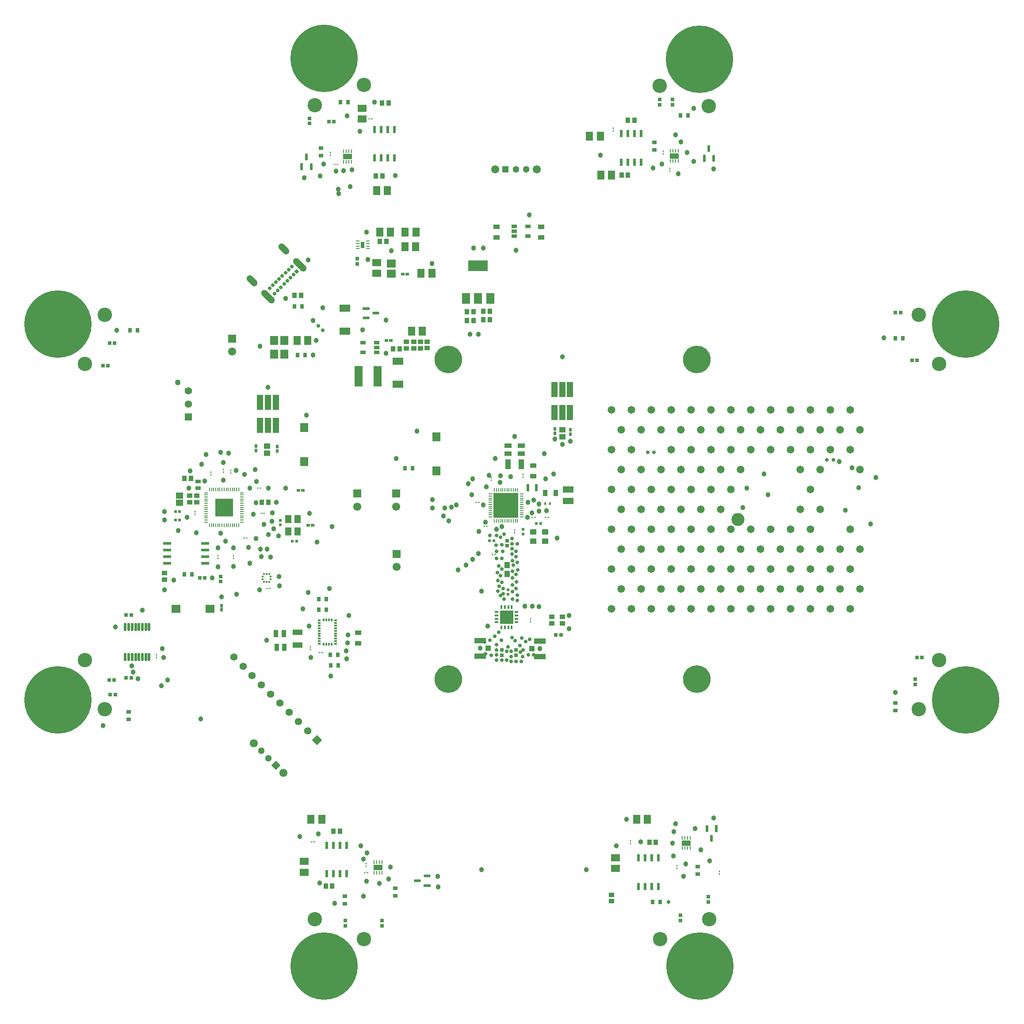
<source format=gbr>
G04*
G04 #@! TF.GenerationSoftware,Altium Limited,Altium Designer,25.8.1 (18)*
G04*
G04 Layer_Color=8388736*
%FSLAX44Y44*%
%MOMM*%
G71*
G04*
G04 #@! TF.SameCoordinates,1712F0CB-3B61-41A3-BC14-C9FE2E182D8B*
G04*
G04*
G04 #@! TF.FilePolarity,Negative*
G04*
G01*
G75*
%ADD20R,0.6500X0.9000*%
%ADD21R,0.7154X0.6725*%
%ADD22R,0.5588X1.4605*%
%ADD23R,1.7018X0.9906*%
%ADD24R,0.2794X0.7112*%
%ADD25R,0.2627X0.3541*%
%ADD26R,0.9000X0.6500*%
%ADD29R,1.2062X0.9562*%
%ADD30R,1.0000X0.6600*%
%ADD31R,0.9562X1.2062*%
%ADD32R,0.4500X0.5000*%
%ADD33R,1.3500X0.9500*%
%ADD34R,0.7548X0.2032*%
%ADD36R,0.3541X0.2627*%
%ADD37R,0.5682X0.5725*%
%ADD38R,1.3000X1.0500*%
%ADD39R,0.5725X0.5682*%
%ADD40R,0.2032X0.7548*%
%ADD42R,2.2000X1.0500*%
%ADD43R,0.3048X0.7620*%
%ADD45R,1.5000X2.0000*%
%ADD46R,0.7366X0.2540*%
%ADD47R,0.7112X1.2954*%
%ADD48R,0.6725X0.7154*%
%ADD49R,0.6811X0.5725*%
%ADD51R,0.1778X0.7620*%
%ADD52R,0.7620X0.1778*%
%ADD53R,0.2750X0.3000*%
%ADD54R,0.7620X0.3048*%
%ADD55R,0.6153X0.5725*%
%ADD60R,1.5240X0.5334*%
%ADD62R,0.9500X1.3500*%
G04:AMPARAMS|DCode=64|XSize=1.5mm|YSize=0.45mm|CornerRadius=0.0495mm|HoleSize=0mm|Usage=FLASHONLY|Rotation=270.000|XOffset=0mm|YOffset=0mm|HoleType=Round|Shape=RoundedRectangle|*
%AMROUNDEDRECTD64*
21,1,1.5000,0.3510,0,0,270.0*
21,1,1.4010,0.4500,0,0,270.0*
1,1,0.0990,-0.1755,-0.7005*
1,1,0.0990,-0.1755,0.7005*
1,1,0.0990,0.1755,0.7005*
1,1,0.0990,0.1755,-0.7005*
%
%ADD64ROUNDEDRECTD64*%
G04:AMPARAMS|DCode=66|XSize=1.3587mm|YSize=0.5868mm|CornerRadius=0.2934mm|HoleSize=0mm|Usage=FLASHONLY|Rotation=90.000|XOffset=0mm|YOffset=0mm|HoleType=Round|Shape=RoundedRectangle|*
%AMROUNDEDRECTD66*
21,1,1.3587,0.0000,0,0,90.0*
21,1,0.7719,0.5868,0,0,90.0*
1,1,0.5868,0.0000,0.3859*
1,1,0.5868,0.0000,-0.3859*
1,1,0.5868,0.0000,-0.3859*
1,1,0.5868,0.0000,0.3859*
%
%ADD66ROUNDEDRECTD66*%
G04:AMPARAMS|DCode=67|XSize=1.3587mm|YSize=0.5868mm|CornerRadius=0.2934mm|HoleSize=0mm|Usage=FLASHONLY|Rotation=180.000|XOffset=0mm|YOffset=0mm|HoleType=Round|Shape=RoundedRectangle|*
%AMROUNDEDRECTD67*
21,1,1.3587,0.0000,0,0,180.0*
21,1,0.7719,0.5868,0,0,180.0*
1,1,0.5868,-0.3859,0.0000*
1,1,0.5868,0.3859,0.0000*
1,1,0.5868,0.3859,0.0000*
1,1,0.5868,-0.3859,0.0000*
%
%ADD67ROUNDEDRECTD67*%
%ADD68R,3.8000X2.0000*%
%ADD72R,1.1000X1.9000*%
%ADD73R,2.0062X1.2549*%
%ADD74R,0.6000X1.4500*%
%ADD75R,1.0500X1.0000*%
%ADD76R,0.5725X0.6153*%
%ADD77R,1.0582X1.2061*%
%ADD78R,1.5000X4.0000*%
%ADD80R,1.3587X0.5868*%
%ADD81R,0.5725X0.6811*%
%ADD82R,0.5153X0.4725*%
%ADD83R,1.3562X1.1544*%
%ADD84R,0.5868X1.3587*%
%ADD86R,1.9000X1.1000*%
%ADD87R,0.5250X0.4000*%
%ADD88R,0.5250X0.4000*%
%ADD89R,0.3000X0.5250*%
%ADD90R,0.3000X0.5250*%
%ADD91C,2.7432*%
%ADD92C,12.9032*%
G04:AMPARAMS|DCode=93|XSize=1.3mm|YSize=2.5mm|CornerRadius=0.65mm|HoleSize=0mm|Usage=FLASHONLY|Rotation=225.000|XOffset=0mm|YOffset=0mm|HoleType=Round|Shape=RoundedRectangle|*
%AMROUNDEDRECTD93*
21,1,1.3000,1.2000,0,0,225.0*
21,1,0.0000,2.5000,0,0,225.0*
1,1,1.3000,-0.4243,0.4243*
1,1,1.3000,-0.4243,0.4243*
1,1,1.3000,0.4243,-0.4243*
1,1,1.3000,0.4243,-0.4243*
%
%ADD93ROUNDEDRECTD93*%
%ADD94R,1.5532X1.7532*%
%ADD95R,1.4532X1.7532*%
%ADD96R,1.2032X3.0032*%
%ADD97R,1.7532X1.4532*%
%ADD98R,1.0532X0.9532*%
%ADD99R,0.9532X1.0532*%
%ADD100R,4.6990X4.6990*%
%ADD101R,1.6032X1.7032*%
%ADD102R,3.4544X3.4544*%
%ADD103R,2.6416X2.6416*%
%ADD104R,1.2532X1.5032*%
%ADD105R,0.3008X0.3258*%
%ADD106R,0.3258X0.3008*%
%ADD107R,1.7032X1.6032*%
%ADD108R,0.9032X1.0532*%
%ADD109R,1.0032X0.8032*%
%ADD110R,1.1532X1.0032*%
%ADD111R,0.6008X0.6508*%
%ADD112R,0.5258X0.4008*%
%ADD113R,2.1000X1.4000*%
%ADD114R,1.7532X1.5532*%
%ADD115R,1.0532X0.9032*%
%ADD116C,5.2832*%
G04:AMPARAMS|DCode=117|XSize=1.3mm|YSize=3.2mm|CornerRadius=0.65mm|HoleSize=0mm|Usage=FLASHONLY|Rotation=225.000|XOffset=0mm|YOffset=0mm|HoleType=Round|Shape=RoundedRectangle|*
%AMROUNDEDRECTD117*
21,1,1.3000,1.9000,0,0,225.0*
21,1,0.0000,3.2000,0,0,225.0*
1,1,1.3000,-0.6718,0.6718*
1,1,1.3000,-0.6718,0.6718*
1,1,1.3000,0.6718,-0.6718*
1,1,1.3000,0.6718,-0.6718*
%
%ADD117ROUNDEDRECTD117*%
%ADD118C,0.7000*%
G04:AMPARAMS|DCode=119|XSize=0.7mm|YSize=1.6mm|CornerRadius=0.35mm|HoleSize=0mm|Usage=FLASHONLY|Rotation=225.000|XOffset=0mm|YOffset=0mm|HoleType=Round|Shape=RoundedRectangle|*
%AMROUNDEDRECTD119*
21,1,0.7000,0.9000,0,0,225.0*
21,1,0.0000,1.6000,0,0,225.0*
1,1,0.7000,-0.3182,0.3182*
1,1,0.7000,-0.3182,0.3182*
1,1,0.7000,0.3182,-0.3182*
1,1,0.7000,0.3182,-0.3182*
%
%ADD119ROUNDEDRECTD119*%
%ADD120P,0.9900X4X270.0*%
%ADD121C,1.5500*%
%ADD122C,1.3000*%
%ADD123R,1.4000X1.4000*%
%ADD124C,1.4000*%
%ADD125P,1.8385X4X180.0*%
%ADD126C,2.4892*%
%ADD127P,1.9799X4X360.0*%
%ADD128R,1.3000X1.3000*%
%ADD129R,1.5500X1.5500*%
%ADD130C,1.1000*%
%ADD131C,0.9652*%
%ADD132C,11.2032*%
%ADD133C,1.9812*%
%ADD134C,1.4732*%
%ADD135C,0.7112*%
D20*
X990600Y1755140D02*
D03*
X976100D02*
D03*
X1915530Y2004060D02*
D03*
X1518550Y2430780D02*
D03*
X1465210Y924560D02*
D03*
X867410Y2456180D02*
D03*
X784860Y1972310D02*
D03*
X779410Y2065020D02*
D03*
X449950Y2019300D02*
D03*
X852910Y2456180D02*
D03*
X464450Y2019300D02*
D03*
X554090Y1551940D02*
D03*
X811000Y1484630D02*
D03*
X848360Y1377950D02*
D03*
X825500Y1504950D02*
D03*
X811000D02*
D03*
X825500Y1484630D02*
D03*
X847990Y1398270D02*
D03*
X833490D02*
D03*
X833860Y1377950D02*
D03*
X770360Y1972310D02*
D03*
X764910Y2065020D02*
D03*
X568590Y1551940D02*
D03*
X1450710Y924560D02*
D03*
X1504050Y2430780D02*
D03*
X1930030Y2004060D02*
D03*
D21*
X407376Y1951990D02*
D03*
X397804D02*
D03*
X442254Y1474470D02*
D03*
X840151Y2419350D02*
D03*
X420076Y1995170D02*
D03*
X1965960Y1393190D02*
D03*
X1956389D02*
D03*
X1265214Y1436370D02*
D03*
X1274786D02*
D03*
X593090Y1545590D02*
D03*
X583519D02*
D03*
X442254Y1353820D02*
D03*
X451826D02*
D03*
X409529Y1350010D02*
D03*
X419100D02*
D03*
X411774Y1322070D02*
D03*
X421346D02*
D03*
X830580Y2419350D02*
D03*
X410504Y1995170D02*
D03*
X1915454Y2053590D02*
D03*
X1925026D02*
D03*
X1947204Y1962150D02*
D03*
X1956776D02*
D03*
X451826Y1474470D02*
D03*
D22*
X918210Y2403983D02*
D03*
X930910D02*
D03*
X943610D02*
D03*
X956310D02*
D03*
X943610Y2349500D02*
D03*
X930910D02*
D03*
X918210D02*
D03*
X956310D02*
D03*
X1428750Y2341308D02*
D03*
X1461770Y954469D02*
D03*
X864870Y978598D02*
D03*
X1390650Y2395791D02*
D03*
X826770Y1033082D02*
D03*
X1423670Y1008951D02*
D03*
Y954469D02*
D03*
X1436370D02*
D03*
X1461770Y1008951D02*
D03*
X1449070D02*
D03*
X1436370D02*
D03*
X1449070Y954469D02*
D03*
X826770Y978598D02*
D03*
X839470D02*
D03*
X852170D02*
D03*
X864870Y1033082D02*
D03*
X852170D02*
D03*
X839470D02*
D03*
X1403350Y2395791D02*
D03*
X1416050D02*
D03*
X1428750D02*
D03*
X1416050Y2341308D02*
D03*
X1403350D02*
D03*
X1390650D02*
D03*
D23*
X1492250Y2353310D02*
D03*
X1515110Y1037590D02*
D03*
X866140Y2352040D02*
D03*
X924560Y990600D02*
D03*
D24*
X1499752Y2343277D02*
D03*
X1522612Y1027557D02*
D03*
X873642Y2342007D02*
D03*
X932062Y980567D02*
D03*
X917058D02*
D03*
X922059D02*
D03*
X927061D02*
D03*
X932062Y1000633D02*
D03*
X927061D02*
D03*
X922059D02*
D03*
X917058D02*
D03*
X858638Y2342007D02*
D03*
X863639D02*
D03*
X868641D02*
D03*
X873642Y2362073D02*
D03*
X868641D02*
D03*
X863639D02*
D03*
X858638D02*
D03*
X1507608Y1047623D02*
D03*
X1512609D02*
D03*
X1517611D02*
D03*
X1522612D02*
D03*
X1517611Y1027557D02*
D03*
X1512609D02*
D03*
X1507608D02*
D03*
X1484748Y2363343D02*
D03*
X1489749D02*
D03*
X1494751D02*
D03*
X1499752D02*
D03*
X1494751Y2343277D02*
D03*
X1489749D02*
D03*
X1484748D02*
D03*
D25*
X1470660Y2357114D02*
D03*
X1375410Y2406653D02*
D03*
X1483360Y2324094D02*
D03*
X1202690Y1743710D02*
D03*
X1578610Y977894D02*
D03*
X1408430Y1041406D02*
D03*
X1497330Y989324D02*
D03*
X1186180Y1631950D02*
D03*
X1216660Y1466850D02*
D03*
X1141730Y1737366D02*
D03*
X833120Y2354574D02*
D03*
X628650Y1752603D02*
D03*
X642614Y1751330D02*
D03*
X604520Y1747520D02*
D03*
X574040Y1667507D02*
D03*
X901700Y993140D02*
D03*
X795020Y1408430D02*
D03*
X647700Y1582420D02*
D03*
X618490Y1582414D02*
D03*
X500380Y1398276D02*
D03*
X1408430Y1036320D02*
D03*
X1375410Y2401567D02*
D03*
X1216660Y1461764D02*
D03*
X500380Y1393190D02*
D03*
X574040Y1672593D02*
D03*
X618490Y1587500D02*
D03*
X647700Y1587506D02*
D03*
X642614Y1746244D02*
D03*
X604520Y1742434D02*
D03*
X628650Y1747517D02*
D03*
X1141730Y1732280D02*
D03*
X1186180Y1637036D02*
D03*
X1202690Y1738624D02*
D03*
X795020Y1413516D02*
D03*
X901712Y998186D02*
D03*
X833120Y2359660D02*
D03*
X1497330Y994410D02*
D03*
X1578610Y982980D02*
D03*
X1483360Y2329180D02*
D03*
X1470660Y2362200D02*
D03*
D26*
X1454150Y2365110D02*
D03*
X1915160Y1305560D02*
D03*
X1536700Y978270D02*
D03*
X815340Y2354050D02*
D03*
X957580Y936360D02*
D03*
X861060Y935620D02*
D03*
X447040Y1274180D02*
D03*
X1915160Y1291060D02*
D03*
X815340Y2368550D02*
D03*
X861060Y921120D02*
D03*
X447040Y1288680D02*
D03*
X1536700Y992770D02*
D03*
X1454150Y2379610D02*
D03*
X957580Y950860D02*
D03*
D29*
X1236980Y2196920D02*
D03*
X1221740Y1760400D02*
D03*
X1151890Y2197100D02*
D03*
X886460Y1419860D02*
D03*
X1151890Y2217600D02*
D03*
X1221740Y1739900D02*
D03*
X886460Y1440360D02*
D03*
X1236980Y2217420D02*
D03*
D30*
X1211580Y2199640D02*
D03*
X1185280Y2209140D02*
D03*
X922470Y1986280D02*
D03*
X1185280Y2199640D02*
D03*
Y2218640D02*
D03*
X1211580D02*
D03*
X896170Y1976780D02*
D03*
Y1995780D02*
D03*
X922470D02*
D03*
Y1976780D02*
D03*
D31*
X1244420Y1708150D02*
D03*
X1264920D02*
D03*
D32*
X1244930Y1687830D02*
D03*
X1254430D02*
D03*
D33*
X1198880Y1798080D02*
D03*
X1173480D02*
D03*
X1198880Y1783080D02*
D03*
X1173480D02*
D03*
D34*
X1199424Y1694020D02*
D03*
X1139916Y1690020D02*
D03*
X1199424Y1662020D02*
D03*
Y1706020D02*
D03*
Y1702020D02*
D03*
Y1698020D02*
D03*
Y1690020D02*
D03*
Y1686020D02*
D03*
Y1682020D02*
D03*
Y1678020D02*
D03*
Y1674020D02*
D03*
Y1670020D02*
D03*
Y1666020D02*
D03*
X1139916Y1662020D02*
D03*
Y1666020D02*
D03*
Y1670020D02*
D03*
Y1674020D02*
D03*
Y1678020D02*
D03*
Y1682020D02*
D03*
Y1686020D02*
D03*
Y1694020D02*
D03*
Y1698020D02*
D03*
Y1702020D02*
D03*
Y1706020D02*
D03*
D36*
X1245864Y1661160D02*
D03*
X1225553D02*
D03*
X908047Y2424430D02*
D03*
X1112514Y1690370D02*
D03*
X842004Y2336800D02*
D03*
X699770Y1717040D02*
D03*
X706126Y1668780D02*
D03*
X1127757Y1644650D02*
D03*
X899160Y980440D02*
D03*
X812797Y1402080D02*
D03*
X797557Y1040130D02*
D03*
X673103Y1621790D02*
D03*
X712470Y1525270D02*
D03*
X913133Y2424430D02*
D03*
X802643Y1040130D02*
D03*
X668017Y1621790D02*
D03*
X701040Y1668780D02*
D03*
X694684Y1717040D02*
D03*
X1117600Y1690370D02*
D03*
X1132843Y1644650D02*
D03*
X1220467Y1661160D02*
D03*
X1250950D02*
D03*
X817883Y1402080D02*
D03*
X717556Y1525270D02*
D03*
X904246Y980440D02*
D03*
X847090Y2336800D02*
D03*
D37*
X1227378Y1649730D02*
D03*
X760018Y1615440D02*
D03*
X1236422Y1649730D02*
D03*
X769062Y1615440D02*
D03*
D38*
X1244670Y1615580D02*
D03*
X1221670Y1633080D02*
D03*
Y1615580D02*
D03*
X1244670Y1633080D02*
D03*
D39*
X1202690Y1638453D02*
D03*
X737870Y1646478D02*
D03*
X1202690Y1629410D02*
D03*
X737870Y1655522D02*
D03*
D40*
X1175670Y1654266D02*
D03*
X1147670Y1713774D02*
D03*
Y1654266D02*
D03*
X1191670D02*
D03*
X1187670D02*
D03*
X1183670D02*
D03*
X1179670D02*
D03*
X1171670D02*
D03*
X1167670D02*
D03*
X1163670D02*
D03*
X1159670D02*
D03*
X1155670D02*
D03*
X1151670D02*
D03*
Y1713774D02*
D03*
X1155670D02*
D03*
X1159670D02*
D03*
X1163670D02*
D03*
X1167670D02*
D03*
X1171670D02*
D03*
X1175670D02*
D03*
X1179670D02*
D03*
X1183670D02*
D03*
X1187670D02*
D03*
X1191670D02*
D03*
D42*
X1234440Y1424450D02*
D03*
Y1394950D02*
D03*
X1120140Y1425230D02*
D03*
Y1395730D02*
D03*
D43*
X1161063Y1450773D02*
D03*
X1167563D02*
D03*
X1174063D02*
D03*
X1180563D02*
D03*
Y1489127D02*
D03*
X1174063D02*
D03*
X1167563D02*
D03*
X1161063D02*
D03*
D45*
X1093330Y2080260D02*
D03*
X1116330D02*
D03*
X1139330D02*
D03*
D46*
X905256Y2175630D02*
D03*
Y2190630D02*
D03*
Y2185630D02*
D03*
Y2180630D02*
D03*
X885444Y2175630D02*
D03*
Y2180630D02*
D03*
Y2185630D02*
D03*
Y2190630D02*
D03*
D47*
X895350Y2183130D02*
D03*
D48*
X885190Y2146594D02*
D03*
X793750Y2415540D02*
D03*
X1953260Y1341414D02*
D03*
Y1350986D02*
D03*
X793750Y2425111D02*
D03*
X1188720Y1406866D02*
D03*
Y1397294D02*
D03*
X1162050Y1406866D02*
D03*
Y1397294D02*
D03*
X1172210Y1616416D02*
D03*
Y1606844D02*
D03*
X885190Y2156166D02*
D03*
X623570Y1547836D02*
D03*
Y1538264D02*
D03*
X862330Y879134D02*
D03*
Y888706D02*
D03*
X932180Y879134D02*
D03*
Y888706D02*
D03*
X1557020Y924854D02*
D03*
Y934426D02*
D03*
X1503680Y898866D02*
D03*
Y889294D02*
D03*
X1488440Y2451394D02*
D03*
Y2460966D02*
D03*
X1464310Y2451394D02*
D03*
Y2460966D02*
D03*
D49*
X949035Y2000250D02*
D03*
X940725D02*
D03*
X972129Y2127250D02*
D03*
X980440D02*
D03*
X772160Y1713230D02*
D03*
X780471D02*
D03*
X791210Y1645920D02*
D03*
X799521D02*
D03*
D51*
X657920Y1714500D02*
D03*
X601920D02*
D03*
X625920D02*
D03*
X629920D02*
D03*
X601920Y1645920D02*
D03*
X641920D02*
D03*
X621920D02*
D03*
X605920Y1714500D02*
D03*
X609920Y1645920D02*
D03*
X649920Y1714500D02*
D03*
X617920D02*
D03*
X605920Y1645920D02*
D03*
X613920D02*
D03*
X617920D02*
D03*
X625920D02*
D03*
X629920D02*
D03*
X633920D02*
D03*
X637920D02*
D03*
X645920D02*
D03*
X649920D02*
D03*
X653920D02*
D03*
X657920D02*
D03*
X653920Y1714500D02*
D03*
X645920D02*
D03*
X641920D02*
D03*
X633920D02*
D03*
X621920D02*
D03*
X613920D02*
D03*
X609920D02*
D03*
X637920D02*
D03*
D52*
X664210Y1704210D02*
D03*
X595630D02*
D03*
Y1696210D02*
D03*
X664210Y1680210D02*
D03*
Y1708210D02*
D03*
X595630Y1680210D02*
D03*
Y1676210D02*
D03*
X664210Y1668210D02*
D03*
Y1652210D02*
D03*
Y1664210D02*
D03*
Y1672210D02*
D03*
Y1676210D02*
D03*
Y1684210D02*
D03*
Y1688210D02*
D03*
Y1692210D02*
D03*
Y1696210D02*
D03*
Y1700210D02*
D03*
X595630Y1708210D02*
D03*
Y1700210D02*
D03*
Y1692210D02*
D03*
Y1688210D02*
D03*
Y1684210D02*
D03*
Y1672210D02*
D03*
Y1668210D02*
D03*
Y1664210D02*
D03*
Y1660210D02*
D03*
Y1656210D02*
D03*
Y1652210D02*
D03*
X664210Y1656210D02*
D03*
Y1660210D02*
D03*
D53*
X1144185Y1590040D02*
D03*
X1149435D02*
D03*
D54*
X1151636Y1460200D02*
D03*
X1189990Y1466700D02*
D03*
Y1460200D02*
D03*
Y1473200D02*
D03*
Y1479700D02*
D03*
X1151636D02*
D03*
Y1473200D02*
D03*
Y1466700D02*
D03*
D55*
X1138239Y1616710D02*
D03*
X1146810D02*
D03*
D60*
X593979Y1611630D02*
D03*
X521081Y1573530D02*
D03*
X593979D02*
D03*
Y1586230D02*
D03*
Y1598930D02*
D03*
X521081Y1611630D02*
D03*
Y1598930D02*
D03*
Y1586230D02*
D03*
D62*
X729220Y1438910D02*
D03*
X730370Y1412240D02*
D03*
X744220Y1438910D02*
D03*
X745370Y1412240D02*
D03*
D64*
X440800Y1451400D02*
D03*
X447300D02*
D03*
X473300Y1393400D02*
D03*
X466800D02*
D03*
X486300D02*
D03*
Y1451400D02*
D03*
X479800D02*
D03*
X473300D02*
D03*
X466800D02*
D03*
X453800D02*
D03*
X440800Y1393400D02*
D03*
X447300D02*
D03*
X453800D02*
D03*
X460300D02*
D03*
X479800D02*
D03*
X460300Y1451400D02*
D03*
D66*
X1567440Y2349123D02*
D03*
X796550Y2332613D02*
D03*
X1554220Y1065014D02*
D03*
X787400Y2351147D02*
D03*
X1563370Y1046480D02*
D03*
X1558290Y2367657D02*
D03*
D67*
X1018917Y974350D02*
D03*
X901700Y2042910D02*
D03*
X920234Y2052060D02*
D03*
X1000383Y965200D02*
D03*
D68*
X1116330Y2143260D02*
D03*
D72*
X1198680Y1762760D02*
D03*
X1173680D02*
D03*
D73*
X1289050Y1714423D02*
D03*
Y1692910D02*
D03*
D74*
X1211580Y1718310D02*
D03*
X1227580D02*
D03*
D75*
X1219190Y1409700D02*
D03*
X1135390Y1410480D02*
D03*
D76*
X1173480Y1514159D02*
D03*
Y1522730D02*
D03*
D77*
X1172210Y1569720D02*
D03*
Y1553198D02*
D03*
D78*
X887510Y1931670D02*
D03*
X923510D02*
D03*
D80*
X901700Y2061210D02*
D03*
X1018917Y956050D02*
D03*
D81*
X624840Y1492250D02*
D03*
Y1483939D02*
D03*
D82*
X544806Y1672590D02*
D03*
X537234D02*
D03*
X544806Y1656080D02*
D03*
X537234D02*
D03*
D83*
X544830Y1702618D02*
D03*
Y1689100D02*
D03*
D84*
X1572520Y1065014D02*
D03*
X1549140Y2349123D02*
D03*
X778250Y2332613D02*
D03*
D86*
X770890Y1441250D02*
D03*
Y1416250D02*
D03*
D87*
X843665Y1418950D02*
D03*
Y1428950D02*
D03*
Y1438950D02*
D03*
Y1443950D02*
D03*
Y1453950D02*
D03*
Y1463950D02*
D03*
X812415Y1418950D02*
D03*
X812415Y1428950D02*
D03*
X812415Y1438950D02*
D03*
Y1443950D02*
D03*
X812415Y1453950D02*
D03*
X812415Y1463950D02*
D03*
D88*
X843665Y1423950D02*
D03*
Y1433950D02*
D03*
Y1448950D02*
D03*
Y1458950D02*
D03*
X812415Y1423950D02*
D03*
Y1433950D02*
D03*
Y1448950D02*
D03*
Y1458950D02*
D03*
D89*
X820540Y1418325D02*
D03*
X835540D02*
D03*
Y1464575D02*
D03*
X820540D02*
D03*
D90*
X825540Y1418325D02*
D03*
X830540D02*
D03*
Y1464575D02*
D03*
X825540D02*
D03*
D91*
X803327Y2450597D02*
D03*
X897194Y2489478D02*
D03*
X401823Y2049093D02*
D03*
X362942Y1955226D02*
D03*
X1960377Y2049093D02*
D03*
X1999258Y1955226D02*
D03*
X1960377Y1293547D02*
D03*
X1999258Y1387414D02*
D03*
X1558283Y2448890D02*
D03*
X1464417Y2487771D02*
D03*
X362942Y1387414D02*
D03*
X401823Y1293547D02*
D03*
X897194Y853162D02*
D03*
X803327Y892043D02*
D03*
X1465006Y853162D02*
D03*
X1558873Y892043D02*
D03*
D92*
X821100Y2540437D02*
D03*
X311983Y2031320D02*
D03*
X2050217D02*
D03*
Y1311320D02*
D03*
X1540510Y2538730D02*
D03*
X311983Y1311320D02*
D03*
X821100Y802203D02*
D03*
X1541100D02*
D03*
D93*
X744444Y2175420D02*
D03*
X683350Y2114326D02*
D03*
D94*
X745080Y2000250D02*
D03*
X725580D02*
D03*
X745080Y1973580D02*
D03*
X725580D02*
D03*
D95*
X1350190Y2391410D02*
D03*
X1351100Y2316480D02*
D03*
X1419680Y1083310D02*
D03*
X942520Y2287270D02*
D03*
X976450Y2179320D02*
D03*
X1027610Y2128520D02*
D03*
X796290Y1083310D02*
D03*
X922020Y2287270D02*
D03*
X1371600Y2316480D02*
D03*
X997130Y2207260D02*
D03*
X976630D02*
D03*
X948780D02*
D03*
X928280D02*
D03*
X996950Y2179320D02*
D03*
X1007110Y2128520D02*
D03*
X789940Y2000250D02*
D03*
X1440180Y1083310D02*
D03*
X1329690Y2391410D02*
D03*
X769440Y2000250D02*
D03*
X1009740Y2018030D02*
D03*
X989240D02*
D03*
X816790Y1083310D02*
D03*
D96*
X1292380Y1905820D02*
D03*
X1277380D02*
D03*
X1262380D02*
D03*
X698740Y1881280D02*
D03*
X728740D02*
D03*
X713740D02*
D03*
X1262380Y1861820D02*
D03*
X1277380D02*
D03*
X1292380D02*
D03*
X698740Y1837280D02*
D03*
X713740D02*
D03*
X728740D02*
D03*
D97*
X1379438Y1009522D02*
D03*
X922020Y2128340D02*
D03*
X894080Y2424250D02*
D03*
X783590Y1002210D02*
D03*
X894080Y2444750D02*
D03*
X922020Y2148840D02*
D03*
X783590Y981710D02*
D03*
X1379438Y989022D02*
D03*
D98*
X1277620Y1470560D02*
D03*
X1257300Y1470460D02*
D03*
X1018540Y1997710D02*
D03*
X993140Y1997610D02*
D03*
X1005840D02*
D03*
X979170Y1997510D02*
D03*
X577850Y1702970D02*
D03*
X563880D02*
D03*
X515620Y1541880D02*
D03*
X1257300Y1457960D02*
D03*
X1277620Y1458060D02*
D03*
X577850Y1690470D02*
D03*
X515620Y1554380D02*
D03*
X1018540Y1985210D02*
D03*
X1005840Y1985110D02*
D03*
X993140D02*
D03*
X979170Y1985010D02*
D03*
X563880Y1690470D02*
D03*
D99*
X940970Y2189480D02*
D03*
X1126590Y2056130D02*
D03*
Y2039620D02*
D03*
X1094840Y2054860D02*
D03*
Y2038350D02*
D03*
X953770Y1983740D02*
D03*
X777140Y2086610D02*
D03*
X714810Y1690370D02*
D03*
X553720Y1736090D02*
D03*
X566220D02*
D03*
X702310Y1690370D02*
D03*
X1107340Y2038350D02*
D03*
Y2054860D02*
D03*
X1139090Y2039620D02*
D03*
Y2056130D02*
D03*
X966270Y1983740D02*
D03*
X764640Y2086610D02*
D03*
X928470Y2189480D02*
D03*
D100*
X1169670Y1684020D02*
D03*
D101*
X1036320Y1815580D02*
D03*
X783590Y1833360D02*
D03*
Y1768360D02*
D03*
X1036320Y1750580D02*
D03*
D102*
X629920Y1680210D02*
D03*
D103*
X1170813Y1469950D02*
D03*
D104*
X770610Y1657490D02*
D03*
X753110Y1634490D02*
D03*
X770610D02*
D03*
X753110Y1657490D02*
D03*
D105*
X716195Y1553255D02*
D03*
X706195D02*
D03*
X711195Y1538005D02*
D03*
X706195D02*
D03*
X716195D02*
D03*
X711195Y1553255D02*
D03*
D106*
X718820Y1543130D02*
D03*
X703570D02*
D03*
Y1548130D02*
D03*
X718820D02*
D03*
D107*
X537730Y1485900D02*
D03*
X602730D02*
D03*
D108*
X933350Y2315210D02*
D03*
X932180Y2454910D02*
D03*
X944680D02*
D03*
X920850Y2315210D02*
D03*
X836930Y955040D02*
D03*
X824430D02*
D03*
X1444190Y1038860D02*
D03*
X1456690D02*
D03*
X1403450Y2421890D02*
D03*
X1415950D02*
D03*
X1390850Y2316480D02*
D03*
X1403350D02*
D03*
X839470Y1060450D02*
D03*
X851970D02*
D03*
D109*
X580390Y1730040D02*
D03*
Y1717040D02*
D03*
D110*
X1277620Y1829200D02*
D03*
Y1815700D02*
D03*
X712470Y1797850D02*
D03*
Y1784350D02*
D03*
D111*
X1263650Y1830510D02*
D03*
Y1822010D02*
D03*
X1292860Y1829240D02*
D03*
Y1820740D02*
D03*
X731520Y1796660D02*
D03*
Y1788160D02*
D03*
X690880Y1797930D02*
D03*
Y1789430D02*
D03*
D112*
X812415Y1423950D02*
D03*
D113*
X962660Y1960020D02*
D03*
Y1916020D02*
D03*
X861060Y2017620D02*
D03*
Y2061620D02*
D03*
D114*
X949960Y2128070D02*
D03*
Y2147570D02*
D03*
D115*
X1371600Y938530D02*
D03*
Y926030D02*
D03*
D116*
X1535430Y1963420D02*
D03*
X1059180D02*
D03*
Y1351280D02*
D03*
X1535430D02*
D03*
D117*
X774850Y2145014D02*
D03*
X713756Y2083920D02*
D03*
D118*
X756854Y2119947D02*
D03*
X750844Y2113937D02*
D03*
X744833Y2107926D02*
D03*
X738823Y2101916D02*
D03*
X717256Y2099441D02*
D03*
X723266Y2105452D02*
D03*
X729277Y2111462D02*
D03*
X735287Y2117472D02*
D03*
X741298Y2123483D02*
D03*
X747308Y2129493D02*
D03*
X753318Y2135504D02*
D03*
X759329Y2141514D02*
D03*
X732812Y2095906D02*
D03*
X762864Y2125958D02*
D03*
X726802Y2089895D02*
D03*
D119*
X745505Y2174359D02*
D03*
X684411Y2113265D02*
D03*
D120*
X768875Y2131968D02*
D03*
D121*
X1228720Y2327910D02*
D03*
X1148720D02*
D03*
X645160Y1978660D02*
D03*
X743294Y1171866D02*
D03*
X686726Y1228434D02*
D03*
X885190Y1681880D02*
D03*
X959020Y1681680D02*
D03*
X960120Y1566310D02*
D03*
D122*
X1208720Y2327910D02*
D03*
X1188720D02*
D03*
X700868Y1214292D02*
D03*
X715010Y1200150D02*
D03*
D123*
X561510Y1853330D02*
D03*
D124*
X648416Y1393744D02*
D03*
X789838Y1252322D02*
D03*
X772160Y1270000D02*
D03*
X754482Y1287678D02*
D03*
X736805Y1305355D02*
D03*
X719127Y1323033D02*
D03*
X701449Y1340711D02*
D03*
X683772Y1358388D02*
D03*
X666094Y1376066D02*
D03*
X561510Y1903330D02*
D03*
Y1878330D02*
D03*
D125*
X729152Y1186008D02*
D03*
D126*
X1614170Y1657350D02*
D03*
D127*
X807515Y1234645D02*
D03*
D128*
X1168720Y2327910D02*
D03*
D129*
X645160Y2003660D02*
D03*
X885190Y1706880D02*
D03*
X959020Y1706680D02*
D03*
X960120Y1591310D02*
D03*
D130*
X541510Y1919330D02*
D03*
D131*
X721950Y1669460D02*
D03*
X1893549Y2004714D02*
D03*
X1819910Y1675130D02*
D03*
X1807513Y1768143D02*
D03*
X1832610Y1755907D02*
D03*
X1529080Y2444750D02*
D03*
X1516380Y2359660D02*
D03*
X1845310Y1718310D02*
D03*
X1671320Y1704340D02*
D03*
X1664015Y1744665D02*
D03*
X1630680Y1717040D02*
D03*
X1350190Y2354580D02*
D03*
X1451610Y2330450D02*
D03*
X1277620Y1968500D02*
D03*
X1188720Y2172970D02*
D03*
X1260727Y1744260D02*
D03*
X1186180Y1816100D02*
D03*
X1623060Y1680210D02*
D03*
X1915160Y1325920D02*
D03*
X1543050Y1024890D02*
D03*
X1488440Y1037590D02*
D03*
X1400810Y1083310D02*
D03*
X1380708Y1032292D02*
D03*
X1510030Y974090D02*
D03*
X1247140Y1673860D02*
D03*
X1267460Y1621790D02*
D03*
X1290320Y1473200D02*
D03*
X1234440Y1409700D02*
D03*
X957580Y2316142D02*
D03*
X1027610Y2147390D02*
D03*
X949960Y2171700D02*
D03*
X865277Y2429917D02*
D03*
X905256Y2154936D02*
D03*
X1137420Y1742088D02*
D03*
X1116766Y2011680D02*
D03*
X1101090D02*
D03*
X999490Y1826260D02*
D03*
X1028700Y1695450D02*
D03*
X940240Y1975290D02*
D03*
X820420Y2338070D02*
D03*
X800100Y1972310D02*
D03*
X787400Y1856740D02*
D03*
X424180Y2019300D02*
D03*
X713740Y1910080D02*
D03*
X628650Y1766570D02*
D03*
X586740Y1762760D02*
D03*
X730250Y1690370D02*
D03*
X715010Y1717040D02*
D03*
X793750Y1668780D02*
D03*
X562610Y1717040D02*
D03*
X621030Y1689100D02*
D03*
X636270Y1688120D02*
D03*
X629920Y1672590D02*
D03*
X1117600Y1634413D02*
D03*
X1134319Y1452878D02*
D03*
X792480Y1452880D02*
D03*
X1120140Y1410480D02*
D03*
X948690Y991870D02*
D03*
X896990Y935620D02*
D03*
X863600Y1405890D02*
D03*
X796290Y1393190D02*
D03*
X734060Y1625600D02*
D03*
X542293Y1635760D02*
D03*
X576580Y1631950D02*
D03*
X690880Y1620520D02*
D03*
X647700Y1567180D02*
D03*
X618490Y1566101D02*
D03*
X774700Y1050290D02*
D03*
X711245Y1426165D02*
D03*
X697837Y1522730D02*
D03*
X515620D02*
D03*
X511804Y1409700D02*
D03*
X421788Y1451400D02*
D03*
X398428Y1262380D02*
D03*
X918063Y2456327D02*
D03*
X521771Y1349811D02*
D03*
X509821Y1338580D02*
D03*
X849630Y2280920D02*
D03*
X690880Y1689100D02*
D03*
X1427480Y1040130D02*
D03*
X1531620Y1065530D02*
D03*
X890270Y2400300D02*
D03*
X810260Y1055370D02*
D03*
X1038860Y974090D02*
D03*
X618490Y1602740D02*
D03*
X558800Y1661160D02*
D03*
X647700Y1602930D02*
D03*
X676910Y1604010D02*
D03*
X679450Y1717040D02*
D03*
X593090Y1731004D02*
D03*
X565150Y1750060D02*
D03*
X685800Y1666939D02*
D03*
X514350Y1393190D02*
D03*
X1107440Y2176780D02*
D03*
X1868170Y1648460D02*
D03*
X628650Y1732280D02*
D03*
X1126490Y2176780D02*
D03*
X959597Y1774190D02*
D03*
X1290320Y1447800D02*
D03*
X1245668Y1734596D02*
D03*
X1878330Y1737360D02*
D03*
X1132419Y1719353D02*
D03*
X1130427Y1652188D02*
D03*
X533865Y1541315D02*
D03*
X814070Y2315210D02*
D03*
X1028700Y1678940D02*
D03*
X1210984Y1661160D02*
D03*
X1567180Y2328360D02*
D03*
X836930Y1643380D02*
D03*
X807720Y1614170D02*
D03*
X1162050Y1643380D02*
D03*
X1151193Y1638042D02*
D03*
X1233170Y1686560D02*
D03*
X1223010Y1694550D02*
D03*
X1219238Y1669806D02*
D03*
X1211624Y1690052D02*
D03*
X1052830Y1678940D02*
D03*
X1126523Y1685313D02*
D03*
X1097503Y1725457D02*
D03*
X1106170Y1734820D02*
D03*
X1149418Y1774121D02*
D03*
X652780Y1751330D02*
D03*
X669290Y1743710D02*
D03*
X871220Y2294890D02*
D03*
X848450Y2289900D02*
D03*
X1504950Y2379980D02*
D03*
X1494835Y2393905D02*
D03*
X903785Y1018540D02*
D03*
X896620Y1007110D02*
D03*
X473710Y1483360D02*
D03*
X453390Y1376680D02*
D03*
X632460Y1615440D02*
D03*
X455930Y1365250D02*
D03*
X654050Y1513840D02*
D03*
X465099Y1352271D02*
D03*
X939800Y2038805D02*
D03*
X902970Y2207260D02*
D03*
X800100Y2038350D02*
D03*
X806450Y2000250D02*
D03*
X748030Y2080688D02*
D03*
X698500Y1988820D02*
D03*
X692150Y1729740D02*
D03*
X689610Y1752600D02*
D03*
X725170Y1639570D02*
D03*
X712470Y1600200D02*
D03*
X718820Y1584960D02*
D03*
X1233170Y1673370D02*
D03*
X1074918Y1685372D02*
D03*
X1040130Y953770D02*
D03*
X1567180Y1085850D02*
D03*
X1529080Y2343150D02*
D03*
X783590Y2311400D02*
D03*
X1499870Y2319020D02*
D03*
X1214120Y2240280D02*
D03*
X858520Y2325370D02*
D03*
X515620Y1656080D02*
D03*
X624840Y1508760D02*
D03*
X515620Y1672590D02*
D03*
X891540Y1032510D02*
D03*
X1122680Y986790D02*
D03*
X844550Y2324100D02*
D03*
X1468120Y2338070D02*
D03*
X1323340Y986790D02*
D03*
X927100Y960120D02*
D03*
X902598Y964828D02*
D03*
X1494590Y1074243D02*
D03*
X1490948Y1059180D02*
D03*
X1103984Y1704354D02*
D03*
X1064988Y1680370D02*
D03*
X1060414Y1654809D02*
D03*
X1049739Y1664204D02*
D03*
X1122874Y1519723D02*
D03*
X1078230Y1560830D02*
D03*
X1093470Y1569904D02*
D03*
X1106170Y1581150D02*
D03*
X1117007Y1591673D02*
D03*
X1178560Y1738996D02*
D03*
X1243330Y1783080D02*
D03*
X1220470Y1490980D02*
D03*
X1205859Y1490758D02*
D03*
X1292860Y1807120D02*
D03*
X1277438Y1800677D02*
D03*
X1263650Y1811020D02*
D03*
X1158240Y1728470D02*
D03*
X1159510Y1741170D02*
D03*
X1233126Y1490218D02*
D03*
X841912Y922118D02*
D03*
X868680Y1473200D02*
D03*
X781050Y1485900D02*
D03*
X833959Y1357199D02*
D03*
X831850Y1525270D02*
D03*
X791210Y1517650D02*
D03*
X864870Y1390650D02*
D03*
X866140Y1421130D02*
D03*
X867410Y1436370D02*
D03*
X585470Y1275080D02*
D03*
X748030Y1717040D02*
D03*
X735330Y1548130D02*
D03*
X735926Y1529676D02*
D03*
X679495Y1573575D02*
D03*
X638810Y1784350D02*
D03*
X623570Y1785620D02*
D03*
X895350Y2020570D02*
D03*
X819150Y2062480D02*
D03*
X791210Y2153920D02*
D03*
X607060Y1545590D02*
D03*
X721360Y1653540D02*
D03*
X706120Y1647825D02*
D03*
X595630Y1781810D02*
D03*
X715010Y1628140D02*
D03*
X701040Y1586230D02*
D03*
X699770Y1600200D02*
D03*
X623570Y1630680D02*
D03*
X812800Y961390D02*
D03*
X944880Y969010D02*
D03*
X875030Y2326640D02*
D03*
X1559560Y1003300D02*
D03*
X1513840Y997536D02*
D03*
X1490149Y1012386D02*
D03*
D132*
X821100Y2540437D02*
D03*
X311983Y2031320D02*
D03*
X2050217D02*
D03*
Y1311320D02*
D03*
X1540510Y2538730D02*
D03*
X311983Y1311320D02*
D03*
X821100Y802203D02*
D03*
X1541100D02*
D03*
D133*
X897194Y2489478D02*
D03*
X803327Y2450597D02*
D03*
X362942Y1955226D02*
D03*
X401823Y2049093D02*
D03*
X1999258Y1955226D02*
D03*
X1960377Y2049093D02*
D03*
X1999258Y1387414D02*
D03*
X1960377Y1293547D02*
D03*
X1464417Y2487771D02*
D03*
X1558283Y2448890D02*
D03*
X401823Y1293547D02*
D03*
X362942Y1387414D02*
D03*
X803327Y892043D02*
D03*
X897194Y853162D02*
D03*
X1558873Y892043D02*
D03*
X1465006Y853162D02*
D03*
D134*
X1733550Y1752600D02*
D03*
Y1676400D02*
D03*
X1828800Y1866900D02*
D03*
X1847850Y1828800D02*
D03*
X1809750D02*
D03*
X1790700Y1790700D02*
D03*
X1752600Y1866900D02*
D03*
X1790700D02*
D03*
X1714500D02*
D03*
X1695450Y1828800D02*
D03*
X1771650D02*
D03*
X1752600Y1790700D02*
D03*
X1733550Y1828800D02*
D03*
X1714500Y1790700D02*
D03*
X1828800D02*
D03*
X1847850Y1752600D02*
D03*
X1771650D02*
D03*
X1600200Y1866900D02*
D03*
X1638300D02*
D03*
X1524000D02*
D03*
X1562100D02*
D03*
X1485900D02*
D03*
X1676400D02*
D03*
X1657350Y1828800D02*
D03*
X1619250D02*
D03*
X1600200Y1790700D02*
D03*
X1638300D02*
D03*
X1676400D02*
D03*
X1581150Y1752600D02*
D03*
X1619250D02*
D03*
X1543050Y1828800D02*
D03*
X1581150D02*
D03*
X1504950D02*
D03*
X1524000Y1790700D02*
D03*
X1562100D02*
D03*
X1543050Y1752600D02*
D03*
X1504950D02*
D03*
X1752600Y1714500D02*
D03*
X1562100D02*
D03*
X1485900D02*
D03*
X1524000D02*
D03*
X1600200D02*
D03*
X1447800Y1866900D02*
D03*
X1409700D02*
D03*
X1466850Y1828800D02*
D03*
X1485900Y1790700D02*
D03*
X1428750Y1828800D02*
D03*
X1409700Y1790700D02*
D03*
X1390650Y1752600D02*
D03*
X1428750D02*
D03*
X1390650Y1828800D02*
D03*
X1371600Y1790700D02*
D03*
Y1866900D02*
D03*
X1466850Y1752600D02*
D03*
X1409700Y1714500D02*
D03*
X1447800D02*
D03*
X1371600D02*
D03*
X1771650Y1676400D02*
D03*
X1714500Y1638300D02*
D03*
X1676400D02*
D03*
X1828800D02*
D03*
X1847850Y1600200D02*
D03*
X1771650D02*
D03*
X1809750D02*
D03*
X1828800Y1562100D02*
D03*
X1847850Y1524000D02*
D03*
X1752600Y1562100D02*
D03*
X1790700D02*
D03*
X1752600Y1638300D02*
D03*
X1733550Y1600200D02*
D03*
X1657350D02*
D03*
X1695450D02*
D03*
X1714500Y1562100D02*
D03*
X1695450Y1524000D02*
D03*
X1676400Y1562100D02*
D03*
X1543050Y1676400D02*
D03*
X1581150D02*
D03*
X1600200Y1638300D02*
D03*
X1638300D02*
D03*
X1524000D02*
D03*
X1562100D02*
D03*
X1466850Y1676400D02*
D03*
X1504950D02*
D03*
X1390650D02*
D03*
X1428750D02*
D03*
X1447800Y1638300D02*
D03*
X1485900D02*
D03*
X1409700D02*
D03*
X1390650Y1600200D02*
D03*
X1581150D02*
D03*
X1619250D02*
D03*
X1543050D02*
D03*
X1600200Y1562100D02*
D03*
X1638300D02*
D03*
X1524000D02*
D03*
X1562100D02*
D03*
X1466850Y1600200D02*
D03*
X1504950D02*
D03*
X1428750D02*
D03*
X1409700Y1562100D02*
D03*
X1447800D02*
D03*
X1485900D02*
D03*
X1390650Y1524000D02*
D03*
X1771650D02*
D03*
X1809750D02*
D03*
X1733550D02*
D03*
X1676400Y1485900D02*
D03*
X1790700D02*
D03*
X1828800D02*
D03*
X1714500D02*
D03*
X1752600D02*
D03*
X1619250Y1524000D02*
D03*
X1657350D02*
D03*
X1543050D02*
D03*
X1581150D02*
D03*
X1600200Y1485900D02*
D03*
X1638300D02*
D03*
X1524000D02*
D03*
X1562100D02*
D03*
X1466850Y1524000D02*
D03*
X1504950D02*
D03*
X1428750D02*
D03*
X1447800Y1485900D02*
D03*
X1485900D02*
D03*
X1409700D02*
D03*
X1371600Y1638300D02*
D03*
Y1562100D02*
D03*
Y1485900D02*
D03*
D135*
X1797050Y1771650D02*
D03*
X1784350D02*
D03*
X1441450Y1785620D02*
D03*
X1452880D02*
D03*
X1480820Y924560D02*
D03*
X1191260Y1610360D02*
D03*
X1181100Y1620520D02*
D03*
Y1610360D02*
D03*
X1188720Y1596390D02*
D03*
X1181100Y1591310D02*
D03*
Y1601470D02*
D03*
X1192530Y1560830D02*
D03*
X1200150Y1430020D02*
D03*
X1215390Y1427480D02*
D03*
X1223010Y1398270D02*
D03*
X1207770Y1423670D02*
D03*
X1202690Y1407160D02*
D03*
X1196340Y1416050D02*
D03*
X1197610Y1403350D02*
D03*
X1212850Y1398270D02*
D03*
X1201420Y1394460D02*
D03*
X1198880Y1385570D02*
D03*
X1191260Y1574800D02*
D03*
X1188720Y1551940D02*
D03*
Y1586230D02*
D03*
X1183640Y1569720D02*
D03*
X1191260Y1512570D02*
D03*
Y1502410D02*
D03*
X1189990Y1537970D02*
D03*
X1188720Y1525270D02*
D03*
X1182370Y1545590D02*
D03*
Y1531620D02*
D03*
Y1578610D02*
D03*
Y1558290D02*
D03*
Y1518920D02*
D03*
Y1504950D02*
D03*
X1165860D02*
D03*
X1181100Y1431290D02*
D03*
X1187450Y1424940D02*
D03*
X1173480Y1413510D02*
D03*
X1179830Y1404620D02*
D03*
Y1385570D02*
D03*
X1188720D02*
D03*
X1179830Y1394460D02*
D03*
X1170940Y1388110D02*
D03*
Y1404620D02*
D03*
X1165860Y1629410D02*
D03*
X1163320Y1596390D02*
D03*
X1159510Y1623060D02*
D03*
X1162050Y1609090D02*
D03*
Y1582420D02*
D03*
Y1562100D02*
D03*
X1155700Y1568450D02*
D03*
X1153160Y1555750D02*
D03*
X1151890Y1626870D02*
D03*
X1150620Y1607820D02*
D03*
X1151890Y1596390D02*
D03*
Y1582420D02*
D03*
X1162050Y1536700D02*
D03*
X1164590Y1525270D02*
D03*
X1159510Y1549400D02*
D03*
X1156970Y1529080D02*
D03*
X1164590Y1515110D02*
D03*
X1159510Y1511300D02*
D03*
X1160780Y1426210D02*
D03*
X1154430Y1540510D02*
D03*
Y1520190D02*
D03*
X1155700Y1441450D02*
D03*
X1151890Y1417320D02*
D03*
X1148080Y1433830D02*
D03*
X1139190Y1626870D02*
D03*
Y1426210D02*
D03*
X1129030Y1422400D02*
D03*
X1151890Y1407160D02*
D03*
Y1398270D02*
D03*
X1130300Y1399540D02*
D03*
X1151890Y1388110D02*
D03*
X1162050D02*
D03*
X1141730Y1397000D02*
D03*
X819150Y2019300D02*
D03*
X810465Y2027985D02*
D03*
M02*

</source>
